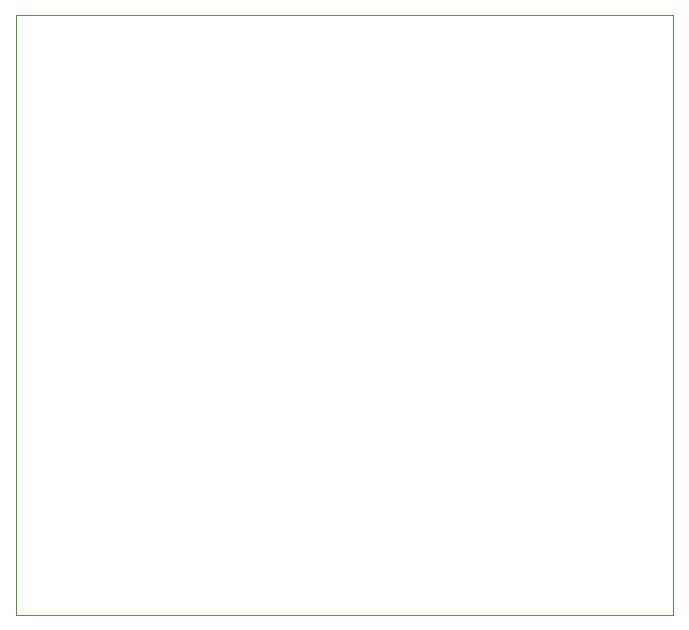
<source format=gbp>
G75*
%MOIN*%
%OFA0B0*%
%FSLAX25Y25*%
%IPPOS*%
%LPD*%
%AMOC8*
5,1,8,0,0,1.08239X$1,22.5*
%
%ADD10C,0.00000*%
D10*
X0019428Y0035000D02*
X0019428Y0234961D01*
X0238129Y0234961D01*
X0238129Y0035000D01*
X0019428Y0035000D01*
M02*

</source>
